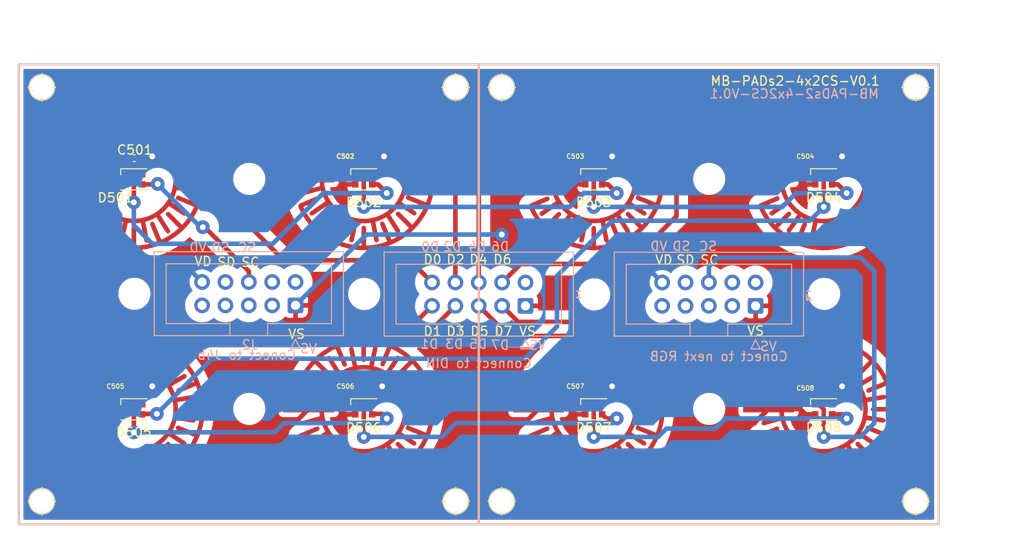
<source format=kicad_pcb>
(kicad_pcb (version 20221018) (generator pcbnew)
  (layers (0 "F.Cu" signal "Dessus.Cu") (31 "B.Cu" signal "Dessous.Cu") (34 "B.Paste" user "Dessous.Pate") (35 "F.Paste" user "Dessus.Pate") (36 "B.SilkS" user "Dessous.SilkS") (37 "F.SilkS" user "Dessus.SilkS") (38 "B.Mask" user "Dessous.Masque") (39 "F.Mask" user "Dessus.Masque") (44 "Edge.Cuts" user "Contours.Ci"))
  (net 0 "")
  (net 1 "GND")
  (net 3 "Net-(D501-DO)")
  (net 4 "Net-(D501-DI)")
  (net 5 "Net-(D502-DO)")
  (net 6 "Net-(D503-DO)")
  (net 7 "Net-(D504-DO)")
  (net 8 "Net-(D505-DO)")
  (net 9 "Net-(D506-DO)")
  (net 10 "Net-(D507-DO)")
  (net 11 "Net-(D508-DO)")
  (net 12 "Net-(J1-D7)")
  (net 13 "Net-(J1-D6)")
  (net 14 "Net-(J1-D5)")
  (net 15 "Net-(J1-D4)")
  (net 16 "Net-(J1-D3)")
  (net 17 "Net-(J1-D2)")
  (net 18 "Net-(J1-D1)")
  (net 19 "+5V")
  (net 20 "Net-(J1-D0)")
  (footprint "Capacitor_SMD:C_0402_1005Metric" (layer "F.Cu") (at 73.54 197.2)
    (fp_text reference "C501")
    (fp_text value "100nf")
  )
  (footprint "ksir 2022:LED_WS2812B-2020_PLCC4_2.0x2.0mm" (layer "F.Cu") (at 98.5 199.5)
    (fp_text reference "D502")
    (fp_text value "WS2812-2020")
  )
  (footprint "ksir 2022:CAPC1005X55N" (layer "F.Cu") (at 98.5 197.1)
    (fp_text reference "C502")
    (fp_text value "100nf" hide)
  )
  (footprint "MountingHole:MountingHole_2.2mm_M2" (layer "F.Cu") (at 63.5 189.5)
    (fp_text reference "H1" hide)
    (fp_text value "MountingHole")
  )
  (footprint "ksir 2022:LED_WS2812B-2020_PLCC4_2.0x2.0mm" (layer "F.Cu") (at 98.5 224.5)
    (fp_text reference "D506")
    (fp_text value "WS2812-2020")
  )
  (footprint "ksir 2022:CAPC1005X55N" (layer "F.Cu") (at 148.5 197.2)
    (fp_text reference "C504")
    (fp_text value "100nf" hide)
  )
  (footprint "ksir 2022:CAPC1005X55N" (layer "F.Cu") (at 73.5 222.2)
    (fp_text reference "C505")
    (fp_text value "100nf" hide)
  )
  (footprint "MountingHole:MountingHole_2.2mm_M2" (layer "F.Cu") (at 108.5 234.5)
    (fp_text reference "H4" hide)
    (fp_text value "MountingHole")
  )
  (footprint "MountingHole:MountingHole_2.2mm_M2" (layer "F.Cu") (at 158.5 189.5)
    (fp_text reference "H7" hide)
    (fp_text value "MountingHole")
  )
  (footprint "MountingHole:MountingHole_3mm" (layer "F.Cu") (at 98.55 211.95)
    (fp_text reference "H14" hide)
    (fp_text value "MountingHole")
  )
  (footprint "MountingHole:MountingHole_2.2mm_M2" (layer "F.Cu") (at 108.5 189.5)
    (fp_text reference "H2" hide)
    (fp_text value "MountingHole")
  )
  (footprint "ksir 2022:LED_WS2812B-2020_PLCC4_2.0x2.0mm" (layer "F.Cu") (at 123.5 199.5)
    (fp_text reference "D503")
    (fp_text value "WS2812-2020")
  )
  (footprint "ksir 2022:Pad x 4" (layer "F.Cu") (at 61.0016 236.9984)
    (fp_text reference "Sw1" hide)
    (fp_text value "Pad_x_4")
  )
  (footprint "ksir 2022:CAPC1005X55N" (layer "F.Cu") (at 123.5 222)
    (fp_text reference "C507")
    (fp_text value "100nf" hide)
  )
  (footprint "MountingHole:MountingHole_2.2mm_M2" (layer "F.Cu") (at 63.5 234.5)
    (fp_text reference "H3" hide)
    (fp_text value "MountingHole")
  )
  (footprint "ksir 2022:CAPC1005X55N" (layer "F.Cu") (at 98.5 222)
    (fp_text reference "C506")
    (fp_text value "100nf" hide)
  )
  (footprint "ksir 2022:Pad x 4" (layer "F.Cu") (at 111.0016 236.9984)
    (fp_text reference "Sw2" hide)
    (fp_text value "Pad_x_4")
  )
  (footprint "MountingHole:MountingHole_3mm" (layer "F.Cu") (at 123.55 212)
    (fp_text reference "H16" hide)
    (fp_text value "MountingHole")
  )
  (footprint "MountingHole:MountingHole_2.2mm_M2" (layer "F.Cu") (at 113.5 234.5)
    (fp_text reference "H6" hide)
    (fp_text value "MountingHole")
  )
  (footprint "MountingHole:MountingHole_3mm" (layer "F.Cu") (at 136.05 199.45)
    (fp_text reference "H15" hide)
    (fp_text value "MountingHole")
  )
  (footprint "ksir 2022:LED_WS2812B-2020_PLCC4_2.0x2.0mm" (layer "F.Cu") (at 73.5 199.5)
    (fp_text reference "D501")
    (fp_text value "WS2812-2020")
  )
  (footprint "ksir 2022:LED_WS2812B-2020_PLCC4_2.0x2.0mm" (layer "F.Cu") (at 148.5 224.5)
    (fp_text reference "D508")
    (fp_text value "WS2812-2020")
  )
  (footprint "MountingHole:MountingHole_2.2mm_M2" (layer "F.Cu") (at 158.5 234.5)
    (fp_text reference "H8" hide)
    (fp_text value "MountingHole")
  )
  (footprint "ksir 2022:LED_WS2812B-2020_PLCC4_2.0x2.0mm" (layer "F.Cu") (at 123.5 224.5)
    (fp_text reference "D507")
    (fp_text value "WS2812-2020")
  )
  (footprint "MountingHole:MountingHole_3mm" (layer "F.Cu") (at 73.5597 211.9397)
    (fp_text reference "H12" hide)
    (fp_text value "MountingHole")
  )
  (footprint "MountingHole:MountingHole_2.2mm_M2" (layer "F.Cu") (at 113.5 189.5)
    (fp_text reference "H5" hide)
    (fp_text value "MountingHole")
  )
  (footprint "MountingHole:MountingHole_3mm" (layer "F.Cu") (at 136.05 224.45)
    (fp_text reference "H17" hide)
    (fp_text value "MountingHole")
  )
  (footprint "MountingHole:MountingHole_3mm" (layer "F.Cu") (at 148.55 211.95)
    (fp_text reference "H18" hide)
    (fp_text value "MountingHole")
  )
  (footprint "MountingHole:MountingHole_3mm" (layer "F.Cu") (at 86.05 224.45)
    (fp_text reference "H13" hide)
    (fp_text value "MountingHole")
  )
  (footprint "ksir 2022:LED_WS2812B-2020_PLCC4_2.0x2.0mm" (layer "F.Cu") (at 148.5 199.5)
    (fp_text reference "D504")
    (fp_text value "WS2812-2020")
  )
  (footprint "ksir 2022:CAPC1005X55N" (layer "F.Cu") (at 148.5 222.2)
    (fp_text reference "C508")
    (fp_text value "100nf" hide)
  )
  (footprint "ksir 2022:CAPC1005X55N" (layer "F.Cu") (at 123.5 197.1)
    (fp_text reference "C503")
    (fp_text value "100nf" hide)
  )
  (footprint "MountingHole:MountingHole_3mm" (layer "F.Cu") (at 86.05 199.45)
    (fp_text reference "H11" hide)
    (fp_text value "MountingHole")
  )
  (footprint "ksir 2022:LED_WS2812B-2020_PLCC4_2.0x2.0mm" (layer "F.Cu") (at 73.5 224.5)
    (fp_text reference "D505")
    (fp_text value "WS2812-2020")
  )
  (footprint "Connector_IDC:IDC-Header_2x05_P2.54mm_Vertical" (layer "B.Cu") (at 91.08 213.2 90)
    (fp_text reference "J2")
    (fp_text value "IDC-Header_2x05_P2.54mm_Vertical")
  )
  (footprint "Connector_IDC:IDC-Header_2x05_P2.54mm_Vertical" (layer "B.Cu") (at 141.1 213.2525 90)
    (fp_text reference "J3")
    (fp_text value "IDC-Header_2x05_P2.54mm_Vertical")
  )
  (footprint "Connector_IDC:IDC-Header_2x05_P2.54mm_Vertical" (layer "B.Cu") (at 116.08 213.2525 90)
    (fp_text reference "J1")
    (fp_text value "IDC-Header_2x05_P2.54mm_Vertical")
  )
  (gr_poly (pts (xy 161 237) (xy 61 237) (xy 61 187) (xy 161 187)) (stroke (width 0.1)) (fill none) (layer "Edge.Cuts"))
  (gr_text "D6" (at 114.4 207.4) (layer "B.SilkS") (effects (font (size 1 1)) (justify left bottom mirror)))
  (gr_text "VS" (at 118.4 218.1) (layer "B.SilkS") (effects (font (size 1 1)) (justify left bottom mirror)))
  (gr_text "D4" (at 111.9 207.4) (layer "B.SilkS") (effects (font (size 1 1)) (justify left bottom mirror)))
  (gr_text "VD" (at 81.5 207.5) (layer "B.SilkS") (effects (font (size 1 1)) (justify left bottom mirror)))
  (gr_text "D0" (at 106.8 207.4) (layer "B.SilkS") (effects (font (size 1 1)) (justify left bottom mirror)))
  (gr_text "VS" (at 143.5 218.2525) (layer "B.SilkS") (effects (font (size 1 1)) (justify left bottom mirror)))
  (gr_text "D1" (at 106.7 218) (layer "B.SilkS") (effects (font (size 1 1)) (justify left bottom mirror)))
  (gr_text "D2" (at 109.2 207.4) (layer "B.SilkS") (effects (font (size 1 1)) (justify left bottom mirror)))
  (gr_text "SC" (at 86.9 207.5) (layer "B.SilkS") (effects (font (size 1 1)) (justify left bottom mirror)))
  (gr_text "D3" (at 109.4 218) (layer "B.SilkS") (effects (font (size 1 1)) (justify left bottom mirror)))
  (gr_text "MB-PADs2-4x2CS-V0.1" (at 145.3 190.2) (layer "B.SilkS") (effects (font (size 1 1)) (justify mirror)))
  (gr_text "SC" (at 137 207.3525) (layer "B.SilkS") (effects (font (size 1 1)) (justify left bottom mirror)))
  (gr_text "VD" (at 131.6 207.3525) (layer "B.SilkS") (effects (font (size 1 1)) (justify left bottom mirror)))
  (gr_text "D5" (at 112 218) (layer "B.SilkS") (effects (font (size 1 1)) (justify left bottom mirror)))
  (gr_text "D7" (at 114.4 218.1) (layer "B.SilkS") (effects (font (size 1 1)) (justify left bottom mirror)))
  (gr_text "VS" (at 93.5 218.5) (layer "B.SilkS") (effects (font (size 1 1)) (justify left bottom mirror)))
  (gr_text "SD" (at 84 207.5) (layer "B.SilkS") (effects (font (size 1 1)) (justify left bottom mirror)))
  (gr_text "SD" (at 134.1 207.3525) (layer "B.SilkS") (effects (font (size 1 1)) (justify left bottom mirror)))
  (gr_text "VS" (at 115.3 216.6) (layer "F.SilkS") (effects (font (size 1 1)) (justify left bottom)))
  (gr_text "VD" (at 80 209) (layer "F.SilkS") (effects (font (size 1 1)) (justify left bottom)))
  (gr_text "SD" (at 82.5 209.1) (layer "F.SilkS") (effects (font (size 1 1)) (justify left bottom)))
  (gr_text "SD" (at 132.4 208.8525) (layer "F.SilkS") (effects (font (size 1 1)) (justify left bottom)))
  (gr_text "MB-PADs2-4x2CS-V0.1" (at 145.4 188.8) (layer "F.SilkS") (effects (font (size 1 1))))
  (gr_text "SC" (at 85.1 209.1) (layer "F.SilkS") (effects (font (size 1 1)) (justify left bottom)))
  (gr_text "D2" (at 107.4 208.8) (layer "F.SilkS") (effects (font (size 1 1)) (justify left bottom)))
  (gr_text "D3" (at 107.4 216.6) (layer "F.SilkS") (effects (font (size 1 1)) (justify left bottom)))
  (gr_text "D6" (at 112.5 208.8) (layer "F.SilkS") (effects (font (size 1 1)) (justify left bottom)))
  (gr_text "VS" (at 140.1 216.5525) (layer "F.SilkS") (effects (font (size 1 1)) (justify left bottom)))
  (gr_text "D7" (at 112.6 216.6) (layer "F.SilkS") (effects (font (size 1 1)) (justify left bottom)))
  (gr_text "VS" (at 90.2 216.9) (layer "F.SilkS") (effects (font (size 1 1)) (justify left bottom)))
  (gr_text "D5" (at 110 216.6) (layer "F.SilkS") (effects (font (size 1 1)) (justify left bottom)))
  (gr_text "D0" (at 104.9 208.8) (layer "F.SilkS") (effects (font (size 1 1)) (justify left bottom)))
  (gr_text "D4" (at 109.9 208.8) (layer "F.SilkS") (effects (font (size 1 1)) (justify left bottom)))
  (gr_text "SC" (at 135 208.8525) (layer "F.SilkS") (effects (font (size 1 1)) (justify left bottom)))
  (gr_text "D1" (at 104.9 216.6) (layer "F.SilkS") (effects (font (size 1 1)) (justify left bottom)))
  (gr_text "VD" (at 130.1 208.8525) (layer "F.SilkS") (effects (font (size 1 1)) (justify left bottom)))
  (segment (start 96.5136 225.05) (end 97.585 225.05) (width 0.5) (layer "F.Cu") (net 1))
  (segment (start 145.792 199.408) (end 145.8 199.4) (width 0.254) (layer "F.Cu") (net 1))
  (segment (start 120.9684 199.4684) (end 121.55 200.05) (width 0.5) (layer "F.Cu") (net 1))
  (segment (start 70.9684 224.4684) (end 71.55 225.05) (width 0.5) (layer "F.Cu") (net 1))
  (segment (start 147.585 200.05) (end 147.45 200.05) (width 0.254) (layer "F.Cu") (net 1))
  (segment (start 96.5136 200.05) (end 97.585 200.05) (width 0.5) (layer "F.Cu") (net 1))
  (segment (start 142.5016 224.4684) (end 145.9684 224.4684) (width 0.5) (layer "F.Cu") (net 1))
  (segment (start 148.04 222.2) (end 147.5 222.2) (width 0.254) (layer "F.Cu") (net 1))
  (segment (start 117.5016 199.4684) (end 120.9684 199.4684) (width 0.5) (layer "F.Cu") (net 1))
  (segment (start 120.9684 224.4684) (end 121.55 225.05) (width 0.5) (layer "F.Cu") (net 1))
  (segment (start 92.5016 224.4684) (end 95.9312 224.4684) (width 0.5) (layer "F.Cu") (net 1))
  (segment (start 98.04 197.1) (end 97.5 197.1) (width 0.254) (layer "F.Cu") (net 1))
  (segment (start 122.585 200.05) (end 122.45 200.05) (width 0.254) (layer "F.Cu") (net 1))
  (segment (start 145.9684 224.4684) (end 146.55 225.05) (width 0.5) (layer "F.Cu") (net 1))
  (segment (start 146.55 225.05) (end 147.585 225.05) (width 0.5) (layer "F.Cu") (net 1))
  (segment (start 70.8316 199.468) (end 71.4136 200.05) (width 0.5) (layer "F.Cu") (net 1))
  (segment (start 117.5016 224.4684) (end 120.9684 224.4684) (width 0.5) (layer "F.Cu") (net 1))
  (segment (start 146.55 200.05) (end 147.585 200.05) (width 0.5) (layer "F.Cu") (net 1))
  (segment (start 73.04 222.2) (end 72.5 222.2) (width 0.254) (layer "F.Cu") (net 1))
  (segment (start 98.04 222) (end 97.6 222) (width 0.254) (layer "F.Cu") (net 1))
  (segment (start 92.5016 199.468) (end 95.9316 199.468) (width 0.5) (layer "F.Cu") (net 1))
  (segment (start 95.9312 224.4684) (end 95.9316 224.468) (width 0.5) (layer "F.Cu") (net 1))
  (segment (start 121.55 225.05) (end 122.585 225.05) (width 0.5) (layer "F.Cu") (net 1))
  (segment (start 122.585 225.05) (end 122.45 225.05) (width 0.254) (layer "F.Cu") (net 1))
  (segment (start 97.585 200.05) (end 97.45 200.05) (width 0.254) (layer "F.Cu") (net 1))
  (segment (start 71.55 225.05) (end 72.585 225.05) (width 0.5) (layer "F.Cu") (net 1))
  (segment (start 67.5016 224.4684) (end 70.9684 224.4684) (width 0.5) (layer "F.Cu") (net 1))
  (segment (start 72.585 225.05) (end 72.45 225.05) (width 0.254) (layer "F.Cu") (net 1))
  (segment (start 145.9684 199.4684) (end 146.55 200.05) (width 0.5) (layer "F.Cu") (net 1))
  (segment (start 95.9316 224.468) (end 96.5136 225.05) (width 0.5) (layer "F.Cu") (net 1))
  (segment (start 95.9316 199.468) (end 96.5136 200.05) (width 0.5) (layer "F.Cu") (net 1))
  (segment (start 142.5016 199.4684) (end 145.9684 199.4684) (width 0.5) (layer "F.Cu") (net 1))
  (segment (start 123.04 222) (end 122.6 222) (width 0.254) (layer "F.Cu") (net 1))
  (segment (start 71.4136 200.05) (end 72.585 200.05) (width 0.5) (layer "F.Cu") (net 1))
  (segment (start 147.585 225.05) (end 147.45 225.05) (width 0.254) (layer "F.Cu") (net 1))
  (segment (start 72.585 200.05) (end 72.45 200.05) (width 0.254) (layer "F.Cu") (net 1))
  (segment (start 67.5016 199.468) (end 70.8316 199.468) (width 0.5) (layer "F.Cu") (net 1))
  (segment (start 148.04 197.2) (end 147.5 197.2) (width 0.254) (layer "F.Cu") (net 1))
  (segment (start 72.3 197.2) (end 73.08 197.2) (width 0.254) (layer "F.Cu") (net 1))
  (segment (start 97.585 225.05) (end 97.45 225.05) (width 0.254) (layer "F.Cu") (net 1))
  (segment (start 121.55 200.05) (end 122.585 200.05) (width 0.5) (layer "F.Cu") (net 1))
  (segment (start 123.04 197.1) (end 122.5 197.1) (width 0.254) (layer "F.Cu") (net 1))
  (via (at 113.5 205.5) (size 1.5) (drill 0.635) (layers "F.Cu" "B.Cu") (net 1))
  (segment (start 98.78 205.5) (end 113.5 205.5) (width 0.5) (layer "B.Cu") (net 1))
  (segment (start 91.08 213.2) (end 98.78 205.5) (width 0.5) (layer "B.Cu") (net 1))
  (segment (start 101 201) (end 100.05 200.05) (width 0.5) (layer "F.Cu") (net 3))
  (segment (start 72.95 198.95) (end 72.585 198.95) (width 0.5) (layer "F.Cu") (net 3))
  (segment (start 100.05 200.05) (end 99.415 200.05) (width 0.5) (layer "F.Cu") (net 3))
  (segment (start 73.5 199.5) (end 72.95 198.95) (width 0.5) (layer "F.Cu") (net 3))
  (segment (start 73.5 202) (end 73.5 199.5) (width 0.5) (layer "F.Cu") (net 3))
  (via (at 101 201) (size 1.5) (drill 0.635) (layers "F.Cu" "B.Cu") (net 3))
  (via (at 73.5 202) (size 1.5) (drill 0.635) (layers "F.Cu" "B.Cu") (net 3))
  (segment (start 94.1 201) (end 101 201) (width 0.5) (layer "B.Cu") (net 3))
  (segment (start 75.5 206.5) (end 88.6 206.5) (width 0.5) (layer "B.Cu") (net 3))
  (segment (start 73.5 204.5) (end 75.5 206.5) (width 0.5) (layer "B.Cu") (net 3))
  (segment (start 73.5 202) (end 73.5 204.5) (width 0.5) (layer "B.Cu") (net 3))
  (segment (start 88.6 206.5) (end 94.1 201) (width 0.5) (layer "B.Cu") (net 3))
  (segment (start 81.2005 204.7) (end 86 209.5) (width 0.5) (layer "F.Cu") (net 4))
  (segment (start 86 210.66) (end 86 210.88) (width 0.5) (layer "F.Cu") (net 4))
  (segment (start 76.1 200) (end 76.05 200.05) (width 0.5) (layer "F.Cu") (net 4))
  (segment (start 81 204.7) (end 81.2005 204.7) (width 0.5) (layer "F.Cu") (net 4))
  (segment (start 76.05 200.05) (end 74.415 200.05) (width 0.5) (layer "F.Cu") (net 4))
  (segment (start 86 210.88) (end 85.92 210.96) (width 0.5) (layer "F.Cu") (net 4))
  (segment (start 86 209.5) (end 86 210.66) (width 0.5) (layer "F.Cu") (net 4))
  (via (at 76.1 200) (size 1.5) (drill 0.635) (layers "F.Cu" "B.Cu") (net 4))
  (via (at 81 204.7) (size 1.5) (drill 0.635) (layers "F.Cu" "B.Cu") (net 4))
  (segment (start 78.3505 202.3) (end 76.1 200.05) (width 0.5) (layer "B.Cu") (net 4))
  (segment (start 81 204.7) (end 80.7505 204.7) (width 0.5) (layer "B.Cu") (net 4))
  (segment (start 80.7505 204.7) (end 78.3505 202.3) (width 0.5) (layer "B.Cu") (net 4))
  (segment (start 76.1 200.05) (end 76.1 200) (width 0.5) (layer "B.Cu") (net 4))
  (segment (start 98.5 199.5) (end 98.5 202.5) (width 0.5) (layer "F.Cu") (net 5))
  (segment (start 97.585 198.95) (end 97.95 198.95) (width 0.5) (layer "F.Cu") (net 5))
  (segment (start 126 201) (end 125.05 200.05) (width 0.5) (layer "F.Cu") (net 5))
  (segment (start 125.05 200.05) (end 124.415 200.05) (width 0.5) (layer "F.Cu") (net 5))
  (segment (start 97.95 198.95) (end 98.5 199.5) (width 0.5) (layer "F.Cu") (net 5))
  (via (at 98.5 202.5) (size 1.5) (drill 0.635) (layers "F.Cu" "B.Cu") (net 5))
  (via (at 126 201) (size 1.5) (drill 0.635) (layers "F.Cu" "B.Cu") (net 5))
  (segment (start 122.4 201) (end 126 201) (width 0.5) (layer "B.Cu") (net 5))
  (segment (start 120.9 202.5) (end 122.4 201) (width 0.5) (layer "B.Cu") (net 5))
  (segment (start 98.5 202.5) (end 120.9 202.5) (width 0.5) (layer "B.Cu") (net 5))
  (segment (start 123 199) (end 123.5 199.5) (width 0.5) (layer "F.Cu") (net 6))
  (segment (start 150.05 200.05) (end 149.415 200.05) (width 0.5) (layer "F.Cu") (net 6))
  (segment (start 122.635 199) (end 123 199) (width 0.5) (layer "F.Cu") (net 6))
  (segment (start 122.585 198.95) (end 122.635 199) (width 0.5) (layer "F.Cu") (net 6))
  (segment (start 123.5 199.5) (end 123.5 202.5) (width 0.5) (layer "F.Cu") (net 6))
  (segment (start 151 201) (end 150.05 200.05) (width 0.5) (layer "F.Cu") (net 6))
  (via (at 151 201) (size 1.5) (drill 0.635) (layers "F.Cu" "B.Cu") (net 6))
  (via (at 123.5 202.5) (size 1.5) (drill 0.635) (layers "F.Cu" "B.Cu") (net 6))
  (segment (start 144 202.5) (end 123.5 202.5) (width 0.5) (layer "B.Cu") (net 6))
  (segment (start 151 201) (end 145.5 201) (width 0.5) (layer "B.Cu") (net 6))
  (segment (start 145.5 201) (end 144 202.5) (width 0.5) (layer "B.Cu") (net 6))
  (segment (start 147.95 198.95) (end 148.5 199.5) (width 0.5) (layer "F.Cu") (net 7))
  (segment (start 148.5 199.5) (end 148.5 202.5) (width 0.5) (layer "F.Cu") (net 7))
  (segment (start 147.585 198.95) (end 147.95 198.95) (width 0.5) (layer "F.Cu") (net 7))
  (segment (start 76 225) (end 74.465 225) (width 0.5) (layer "F.Cu") (net 7))
  (segment (start 74.465 225) (end 74.415 225.05) (width 0.5) (layer "F.Cu") (net 7))
  (via (at 76 225) (size 1.5) (drill 0.635) (layers "F.Cu" "B.Cu") (net 7))
  (via (at 148.5 202.5) (size 1.5) (drill 0.635) (layers "F.Cu" "B.Cu") (net 7))
  (segment (start 76 225) (end 82 219) (width 0.5) (layer "B.Cu") (net 7))
  (segment (start 119.5 210) (end 125.5 204) (width 0.5) (layer "B.Cu") (net 7))
  (segment (start 119.5 215.5) (end 119.5 210) (width 0.5) (layer "B.Cu") (net 7))
  (segment (start 82 219) (end 116 219) (width 0.5) (layer "B.Cu") (net 7))
  (segment (start 147 204) (end 148.5 202.5) (width 0.5) (layer "B.Cu") (net 7))
  (segment (start 125.5 204) (end 147 204) (width 0.5) (layer "B.Cu") (net 7))
  (segment (start 116 219) (end 119.5 215.5) (width 0.5) (layer "B.Cu") (net 7))
  (segment (start 100.5 225) (end 99.465 225) (width 0.5) (layer "F.Cu") (net 8))
  (segment (start 73.5 224.5) (end 73.5 227) (width 0.5) (layer "F.Cu") (net 8))
  (segment (start 101 225.5) (end 100.5 225) (width 0.5) (layer "F.Cu") (net 8))
  (segment (start 72.585 223.95) (end 72.95 223.95) (width 0.5) (layer "F.Cu") (net 8))
  (segment (start 72.95 223.95) (end 73.5 224.5) (width 0.5) (layer "F.Cu") (net 8))
  (segment (start 99.465 225) (end 99.415 225.05) (width 0.5) (layer "F.Cu") (net 8))
  (via (at 73.5 227) (size 1.5) (drill 0.635) (layers "F.Cu" "B.Cu") (net 8))
  (via (at 101 225.5) (size 1.5) (drill 0.635) (layers "F.Cu" "B.Cu") (net 8))
  (segment (start 89.8272 226) (end 100.5 226) (width 0.5) (layer "B.Cu") (net 8))
  (segment (start 73.5 227) (end 88.8272 227) (width 0.5) (layer "B.Cu") (net 8))
  (segment (start 100.5 226) (end 101 225.5) (width 0.5) (layer "B.Cu") (net 8))
  (segment (start 88.8272 227) (end 89.8272 226) (width 0.5) (layer "B.Cu") (net 8))
  (segment (start 97.585 223.95) (end 97.95 223.95) (width 0.5) (layer "F.Cu") (net 9))
  (segment (start 97.95 223.95) (end 98.5 224.5) (width 0.5) (layer "F.Cu") (net 9))
  (segment (start 98.5 224.5) (end 98.5 227.5) (width 0.5) (layer "F.Cu") (net 9))
  (segment (start 124.865 225.5) (end 124.415 225.05) (width 0.5) (layer "F.Cu") (net 9))
  (segment (start 126 225.5) (end 124.865 225.5) (width 0.5) (layer "F.Cu") (net 9))
  (via (at 126 225.5) (size 1.5) (drill 0.635) (layers "F.Cu" "B.Cu") (net 9))
  (via (at 98.5 227.5) (size 1.5) (drill 0.635) (layers "F.Cu" "B.Cu") (net 9))
  (segment (start 125.5 226) (end 126 225.5) (width 0.5) (layer "B.Cu") (net 9))
  (segment (start 107 227.5) (end 108.5 226) (width 0.5) (layer "B.Cu") (net 9))
  (segment (start 98.5 227.5) (end 107 227.5) (width 0.5) (layer "B.Cu") (net 9))
  (segment (start 108.5 226) (end 125.5 226) (width 0.5) (layer "B.Cu") (net 9))
  (segment (start 151 225.5) (end 150.55 225.05) (width 0.5) (layer "F.Cu") (net 10))
  (segment (start 122.95 223.95) (end 123.5 224.5) (width 0.5) (layer "F.Cu") (net 10))
  (segment (start 123.5 224.5) (end 123.5 227.5) (width 0.5) (layer "F.Cu") (net 10))
  (segment (start 122.585 223.95) (end 122.95 223.95) (width 0.5) (layer "F.Cu") (net 10))
  (segment (start 150.55 225.05) (end 149.415 225.05) (width 0.5) (layer "F.Cu") (net 10))
  (via (at 123.5 227.5) (size 1.5) (drill 0.635) (layers "F.Cu" "B.Cu") (net 10))
  (via (at 151 225.5) (size 1.5) (drill 0.635) (layers "F.Cu" "B.Cu") (net 10))
  (segment (start 137.828 225.5) (end 151 225.5) (width 0.5) (layer "B.Cu") (net 10))
  (segment (start 123.5 227.5) (end 130.5 227.5) (width 0.5) (layer "B.Cu") (net 10))
  (segment (start 131.4 226.6) (end 136.728 226.6) (width 0.5) (layer "B.Cu") (net 10))
  (segment (start 130.5 227.5) (end 131.4 226.6) (width 0.5) (layer "B.Cu") (net 10))
  (segment (start 136.728 226.6) (end 137.828 225.5) (width 0.5) (layer "B.Cu") (net 10))
  (segment (start 147.585 223.95) (end 147.95 223.95) (width 0.5) (layer "F.Cu") (net 11))
  (segment (start 148.5 224.5) (end 148.5 227.5) (width 0.5) (layer "F.Cu") (net 11))
  (segment (start 147.95 223.95) (end 148.5 224.5) (width 0.5) (layer "F.Cu") (net 11))
  (via (at 148.5 227.5) (size 1.5) (drill 0.635) (layers "F.Cu" "B.Cu") (net 11))
  (segment (start 154 226) (end 154 209.5) (width 0.5) (layer "B.Cu") (net 11))
  (segment (start 136.02 210.712) (end 136.02 210.7125) (width 1) (layer "B.Cu") (net 11))
  (segment (start 152.5 208) (end 137 208) (width 0.5) (layer "B.Cu") (net 11))
  (segment (start 148.5 227.5) (end 152.5 227.5) (width 0.5) (layer "B.Cu") (net 11))
  (segment (start 137 208) (end 136.02 208.98) (width 0.5) (layer "B.Cu") (net 11))
  (segment (start 136.02 208.98) (end 136.02 210.712) (width 0.5) (layer "B.Cu") (net 11))
  (segment (start 154 209.5) (end 152.5 208) (width 0.5) (layer "B.Cu") (net 11))
  (segment (start 152.5 227.5) (end 154 226) (width 0.5) (layer "B.Cu") (net 11))
  (segment (start 115.288 215) (end 127 215) (width 0.5) (layer "F.Cu") (net 12))
  (segment (start 128.5284 216.5284) (end 148.4816 216.5284) (width 0.5) (layer "F.Cu") (net 12))
  (segment (start 113.54 213.252) (end 115.288 215) (width 0.5) (layer "F.Cu") (net 12))
  (segment (start 127 215) (end 128.5284 216.5284) (width 0.5) (layer "F.Cu") (net 12))
  (segment (start 132.5 196.5) (end 132.5 203.5) (width 0.5) (layer "F.Cu") (net 13))
  (segment (start 132.5 203.5) (end 127.3 208.7) (width 0.5) (layer "F.Cu") (net 13))
  (segment (start 115.552 208.7) (end 113.54 210.712) (width 0.5) (layer "F.Cu") (net 13))
  (segment (start 148.5016 191.4984) (end 137.5016 191.4984) (width 0.5) (layer "F.Cu") (net 13))
  (segment (start 127.3 208.7) (end 115.552 208.7) (width 0.5) (layer "F.Cu") (net 13))
  (segment (start 137.5016 191.4984) (end 132.5 196.5) (width 0.5) (layer "F.Cu") (net 13))
  (segment (start 113.54 210.712) (end 113.54 210.7125) (width 1) (layer "F.Cu") (net 13))
  (segment (start 123.4816 216.5284) (end 114.2764 216.5284) (width 0.5) (layer "F.Cu") (net 14))
  (segment (start 114.2764 216.5284) (end 111 213.252) (width 0.5) (layer "F.Cu") (net 14))
  (segment (start 111 197) (end 111 210.712) (width 0.5) (layer "F.Cu") (net 15))
  (segment (start 111 210.712) (end 111 210.7125) (width 1) (layer "F.Cu") (net 15))
  (segment (start 116.5016 191.4984) (end 111 197) (width 0.5) (layer "F.Cu") (net 15))
  (segment (start 123.5016 191.4984) (end 116.5016 191.4984) (width 0.5) (layer "F.Cu") (net 15))
  (segment (start 105.1836 216.5284) (end 98.4816 216.5284) (width 0.5) (layer "F.Cu") (net 16))
  (segment (start 108.46 213.252) (end 105.1836 216.5284) (width 0.5) (layer "F.Cu") (net 16))
  (segment (start 108.46 196.46) (end 103.4984 191.4984) (width 0.5) (layer "F.Cu") (net 17))
  (segment (start 108.46 210.712) (end 108.46 196.46) (width 0.5) (layer "F.Cu") (net 17))
  (segment (start 108.46 210.712) (end 108.46 210.7125) (width 1) (layer "F.Cu") (net 17))
  (segment (start 103.4984 191.4984) (end 98.5016 191.4984) (width 0.5) (layer "F.Cu") (net 17))
  (segment (start 80.0284 216.5284) (end 73.4816 216.5284) (width 0.5) (layer "F.Cu") (net 18))
  (segment (start 105.92 213.252) (end 104.596 214.577) (width 0.5) (layer "F.Cu") (net 18))
  (segment (start 94.923 214.577) (end 92 217.5) (width 0.5) (layer "F.Cu") (net 18))
  (segment (start 81 217.5) (end 80.0284 216.5284) (width 0.5) (layer "F.Cu") (net 18))
  (segment (start 92 217.5) (end 81 217.5) (width 0.5) (layer "F.Cu") (net 18))
  (segment (start 104.596 214.577) (end 94.923 214.577) (width 0.5) (layer "F.Cu") (net 18))
  (segment (start 74 198) (end 74 198.535) (width 0.5) (layer "F.Cu") (net 19))
  (segment (start 74.5 223) (end 75.5 222) (width 0.5) (layer "F.Cu") (net 19))
  (segment (start 73.96 223) (end 74.5 223) (width 0.5) (layer "F.Cu") (net 19))
  (segment (start 73.96 222.2) (end 73.96 223) (width 0.5) (layer "F.Cu") (net 19))
  (segment (start 75.5 197) (end 74.5 198) (width 0.5) (layer "F.Cu") (net 19))
  (segment (start 99.7 198) (end 98.96 198) (width 0.5) (layer "F.Cu") (net 19))
  (segment (start 123.96 223) (end 123.96 223.495) (width 0.5) (layer "F.Cu") (net 19))
  (segment (start 123.96 223.495) (end 124.415 223.95) (width 0.5) (layer "F.Cu") (net 19))
  (segment (start 123.96 198) (end 124.5 198) (width 0.5) (layer "F.Cu") (net 19))
  (segment (start 74 198) (end 74 198.535) (width 0.5) (layer "F.Cu") (net 19))
  (segment (start 123.96 198.495) (end 124.415 198.95) (width 0.5) (layer "F.Cu") (net 19))
  (segment (start 148.96 222.2) (end 148.96 223) (width 0.5) (layer "F.Cu") (net 19))
  (segment (start 148.96 223.495) (end 149.415 223.95) (width 0.5) (layer "F.Cu") (net 19))
  (segment (start 98.96 223) (end 99.5 223) (width 0.5) (layer "F.Cu") (net 19))
  (segment (start 123.96 222) (end 123.96 223) (width 0.5) (layer "F.Cu") (net 19))
  (segment (start 98.96 197.1) (end 98.96 198) (width 0.5) (layer "F.Cu") (net 19))
  (segment (start 148.96 198) (end 149.5 198) (width 0.5) (layer "F.Cu") (net 19))
  (segment (start 148.96 223) (end 148.96 223.495) (width 0.5) (layer "F.Cu") (net 19))
  (segment (start 123.96 223) (end 124.5 223) (width 0.5) (layer "F.Cu") (net 19))
  (segment (start 98.96 223) (end 98.96 223.495) (width 0.5) (layer "F.Cu") (net 19))
  (segment (start 148.96 198.495) (end 149.415 198.95) (width 0.5) (layer "F.Cu") (net 19))
  (segment (start 149.5 223) (end 150.5 222) (width 0.5) (layer "F.Cu") (net 19))
  (segment (start 98.96 198) (end 98.96 198.495) (width 0.5) (layer "F.Cu") (net 19))
  (segment (start 74.5 198) (end 74 198) (width 0.5) (layer "F.Cu") (net 19))
  (segment (start 74 197.2) (end 74 198) (width 0.5) (layer "F.Cu") (net 19))
  (segment (start 124.5 198) (end 125.5 197) (width 0.5) (layer "F.Cu") (net 19))
  (segment (start 99.5 223) (end 100.5 222) (width 0.5) (layer "F.Cu") (net 19))
  (segment (start 148.96 198) (end 148.96 198.495) (width 0.5) (layer "F.Cu") (net 19))
  (segment (start 73.96 223) (end 73.96 223.495) (width 0.5) (layer "F.Cu") (net 19))
  (segment (start 98.96 223.495) (end 99.415 223.95) (width 0.5) (layer "F.Cu") (net 19))
  (segment (start 98.96 222) (end 98.96 223) (width 0.5) (layer "F.Cu") (net 19))
  (segment (start 73.96 223.495) (end 74.415 223.95) (width 0.5) (layer "F.Cu") (net 19))
  (segment (start 149.5 198) (end 150.5 197) (width 0.5) (layer "F.Cu") (net 19))
  (segment (start 100.7 197) (end 99.7 198) (width 0.5) (layer "F.Cu") (net 19))
  (segment (start 148.96 223) (end 149.5 223) (width 0.5) (layer "F.Cu") (net 19))
  (segment (start 74 197.2) (end 74 198) (width 0.5) (layer "F.Cu") (net 19))
  (segment (start 98.96 198.495) (end 99.415 198.95) (width 0.5) (layer "F.Cu") (net 19))
  (segment (start 124.5 223) (end 125.5 222) (width 0.5) (layer "F.Cu") (net 19))
  (segment (start 74 198.535) (end 74.415 198.95) (width 0.5) (layer "F.Cu") (net 19))
  (segment (start 123.96 197.1) (end 123.96 198) (width 0.5) (layer "F.Cu") (net 19))
  (segment (start 123.96 198) (end 123.96 198.495) (width 0.5) (layer "F.Cu") (net 19))
  (segment (start 148.96 197.2) (end 148.96 198) (width 0.5) (layer "F.Cu") (net 19))
  (via (at 150.5 197) (size 1.5) (drill 0.635) (layers "F.Cu" "B.Cu") (net 19))
  (via (at 125.5 197) (size 1.5) (drill 0.635) (layers "F.Cu" "B.Cu") (net 19))
  (via (at 75.5 197) (size 1.5) (drill 0.635) (layers "F.Cu" "B.Cu") (net 19))
  (via (at 150.5 222) (size 1.5) (drill 0.635) (layers "F.Cu" "B.Cu") (net 19))
  (via (at 125.5 222) (size 1.5) (drill 0.635) (layers "F.Cu" "B.Cu") (net 19))
  (via (at 75.5 222) (size 1.5) (drill 0.635) (layers "F.Cu" "B.Cu") (net 19))
  (via (at 100.5 222) (size 1.5) (drill 0.635) (layers "F.Cu" "B.Cu") (net 19))
  (via (at 100.7 197) (size 1.5) (drill 0.635) (layers "F.Cu" "B.Cu") (net 19))
  (segment (start 82 194.5) (end 82 200.5) (width 0.5) (layer "F.Cu") (net 20))
  (segment (start 105.92 210.712) (end 105.92 210.7125) (width 1) (layer "F.Cu") (net 20))
  (segment (start 103.508 208.3) (end 105.92 210.712) (width 0.5) (layer "F.Cu") (net 20))
  (segment (start 73.5016 191.4984) (end 78.9984 191.4984) (width 0.5) (layer "F.Cu") (net 20))
  (segment (start 89.8 208.3) (end 103.508 208.3) (width 0.5) (layer "F.Cu") (net 20))
  (segment (start 82 200.5) (end 89.8 208.3) (width 0.5) (layer "F.Cu") (net 20))
  (segment (start 78.9984 191.4984) (end 82 194.5) (width 0.5) (layer "F.Cu") (net 20))
  (zone (net 1) (net_name "GND") (layer "F.Cu") (connect_pads (clearance 1)) (min_thickness 0.254) (fill yes (thermal_gap 0.508) (thermal_bridge_width 0.508))
    (polygon (pts (xy 160.5 236.5) (xy 61.5 236.5) (xy 61.5 187.5) (xy 160.5 187.5)))
  )
  (zone (net 19) (net_name "+5V") (layer "B.Cu") (connect_pads (clearance 1)) (min_thickness 0.254) (fill yes (thermal_gap 0.508) (thermal_bridge_width 0.508))
    (polygon (pts (xy 160.5 236.5) (xy 61.5 236.5) (xy 61.5 187.5) (xy 160.5 187.5)))
  )
)
</source>
